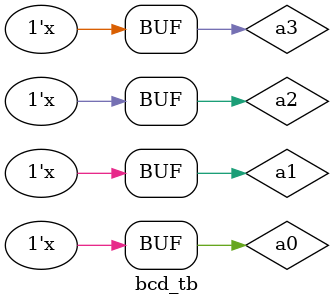
<source format=v>
`timescale 1ns / 1ps


module bcd_tb;
reg a3,a2,a1,a0;
wire o0,o1,o2,o3,o4,o5,o6,o7,o8,o9;
bcd u_bcd(
.a3(a3), .a2(a2), .a1(a1), .a0(a0), .o3(o3), .o2(o2), .o1(o1), .o0(o0), .o4(o4), .o5(o5), .o6(o6), .o7(o7),
.o8(o8), .o9(o9)
);
initial begin
    a3=1'b0;
    a2=1'b0;
    a1=1'b0;
    a0=1'b0;      
    
end

always @(a3 or a2 or a1 or a0)begin
    a3 <= #80 ~a3;
    a2 <= #40 ~a2;
    a1 <= #20 ~a1;
    a0 <= #10 ~a0;   
 end
endmodule

</source>
